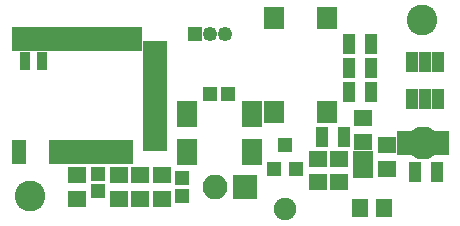
<source format=gts>
%TF.GenerationSoftware,KiCad,Pcbnew,no-vcs-found-8182369~60~ubuntu16.04.1*%
%TF.CreationDate,2017-09-13T17:00:57+05:30*%
%TF.ProjectId,snap_rev1,736E61705F726576312E6B696361645F,rev?*%
%TF.SameCoordinates,Original*%
%TF.FileFunction,Soldermask,Top*%
%TF.FilePolarity,Negative*%
%FSLAX46Y46*%
G04 Gerber Fmt 4.6, Leading zero omitted, Abs format (unit mm)*
G04 Created by KiCad (PCBNEW no-vcs-found-8182369~60~ubuntu16.04.1) date Wed Sep 13 17:00:57 2017*
%MOMM*%
%LPD*%
G01*
G04 APERTURE LIST*
%ADD10R,1.150000X2.000000*%
%ADD11C,2.800000*%
%ADD12R,0.680000X1.250000*%
%ADD13R,0.680000X1.150000*%
%ADD14R,1.650000X1.400000*%
%ADD15R,1.100000X1.700000*%
%ADD16C,1.900000*%
%ADD17R,1.250000X1.250000*%
%ADD18C,1.250000*%
%ADD19R,1.200000X1.300000*%
%ADD20R,1.700000X1.950000*%
%ADD21R,0.900000X1.600000*%
%ADD22R,1.300000X2.000000*%
%ADD23R,0.900000X2.000000*%
%ADD24R,2.000000X0.900000*%
%ADD25R,1.700000X2.300000*%
%ADD26R,1.400000X1.650000*%
%ADD27R,2.100000X2.100000*%
%ADD28O,2.100000X2.100000*%
%ADD29R,1.150000X1.200000*%
%ADD30R,1.200000X1.150000*%
%ADD31C,2.600000*%
G04 APERTURE END LIST*
D10*
%TO.C,D2*%
X79401000Y-59055000D03*
X82651000Y-59055000D03*
D11*
X81026000Y-59055000D03*
%TD*%
D12*
%TO.C,U1*%
X76446000Y-60308000D03*
D13*
X75946000Y-60258000D03*
X75446000Y-60258000D03*
X75446000Y-61408000D03*
X75946000Y-61408000D03*
X76446000Y-61408000D03*
%TD*%
D14*
%TO.C,C1*%
X51689000Y-61738000D03*
X51689000Y-63738000D03*
%TD*%
%TO.C,C2*%
X72136000Y-60341000D03*
X72136000Y-62341000D03*
%TD*%
%TO.C,C3*%
X73914000Y-62341000D03*
X73914000Y-60341000D03*
%TD*%
%TO.C,C4*%
X57023000Y-61738000D03*
X57023000Y-63738000D03*
%TD*%
%TO.C,C6*%
X58928000Y-63738000D03*
X58928000Y-61738000D03*
%TD*%
%TO.C,C8*%
X77978000Y-59198000D03*
X77978000Y-61198000D03*
%TD*%
D15*
%TO.C,D1*%
X82253000Y-52171000D03*
X81153000Y-52171000D03*
X80053000Y-52171000D03*
X80053000Y-55271000D03*
X81153000Y-55271000D03*
X82253000Y-55271000D03*
%TD*%
D16*
%TO.C,J1*%
X69342000Y-64643000D03*
%TD*%
D17*
%TO.C,J2*%
X61722000Y-49784000D03*
D18*
X62972000Y-49784000D03*
X64222000Y-49784000D03*
%TD*%
D14*
%TO.C,L2*%
X55245000Y-63738000D03*
X55245000Y-61738000D03*
%TD*%
%TO.C,L3*%
X75946000Y-58912000D03*
X75946000Y-56912000D03*
%TD*%
D19*
%TO.C,Q1*%
X68392000Y-61198000D03*
X70292000Y-61198000D03*
X69342000Y-59198000D03*
%TD*%
D15*
%TO.C,R1*%
X72456000Y-58547000D03*
X74356000Y-58547000D03*
%TD*%
%TO.C,R2*%
X74742000Y-54737000D03*
X76642000Y-54737000D03*
%TD*%
%TO.C,R3*%
X76642000Y-52705000D03*
X74742000Y-52705000D03*
%TD*%
%TO.C,R4*%
X74742000Y-50673000D03*
X76642000Y-50673000D03*
%TD*%
%TO.C,R5*%
X82230000Y-61468000D03*
X80330000Y-61468000D03*
%TD*%
D20*
%TO.C,SW1*%
X72862000Y-48476000D03*
X68362000Y-48476000D03*
X72862000Y-56426000D03*
X68362000Y-56426000D03*
%TD*%
D21*
%TO.C,U2*%
X48720000Y-52100000D03*
X47320000Y-52100000D03*
D22*
X46770000Y-50250000D03*
D23*
X47670000Y-50250000D03*
X48370000Y-50250000D03*
X49070000Y-50250000D03*
X49770000Y-50250000D03*
X50470000Y-50250000D03*
X51170000Y-50250000D03*
X51870000Y-50250000D03*
X52570000Y-50250000D03*
X53270000Y-50250000D03*
X53970000Y-50250000D03*
X54670000Y-50250000D03*
X55370000Y-50250000D03*
X56070000Y-50250000D03*
X56770000Y-50250000D03*
D24*
X58320000Y-50800000D03*
X58320000Y-51500000D03*
X58320000Y-52200000D03*
X58320000Y-52900000D03*
X58320000Y-53600000D03*
X58320000Y-54300000D03*
X58320000Y-55000000D03*
X58320000Y-55700000D03*
X58320000Y-56400000D03*
X58320000Y-57100000D03*
X58320000Y-57800000D03*
X58320000Y-58500000D03*
D23*
X56070000Y-59750000D03*
X55370000Y-59750000D03*
X54670000Y-59750000D03*
X53970000Y-59750000D03*
X53270000Y-59750000D03*
X52570000Y-59750000D03*
X51870000Y-59750000D03*
X51170000Y-59750000D03*
X50470000Y-59750000D03*
D22*
X46770000Y-59750000D03*
D23*
X49770000Y-59750000D03*
D24*
X58320000Y-59300000D03*
%TD*%
D25*
%TO.C,X1*%
X61004000Y-56566000D03*
X61004000Y-59766000D03*
X66504000Y-59766000D03*
X66504000Y-56566000D03*
%TD*%
D26*
%TO.C,C9*%
X75708000Y-64516000D03*
X77708000Y-64516000D03*
%TD*%
D27*
%TO.C,BT1*%
X65913000Y-62738000D03*
D28*
X63373000Y-62738000D03*
%TD*%
D29*
%TO.C,C5*%
X60579000Y-61988000D03*
X60579000Y-63488000D03*
%TD*%
D30*
%TO.C,C7*%
X64504000Y-54864000D03*
X63004000Y-54864000D03*
%TD*%
D29*
%TO.C,L1*%
X53467000Y-63107000D03*
X53467000Y-61607000D03*
%TD*%
D31*
%TO.C,MK1*%
X80899000Y-48641000D03*
%TD*%
%TO.C,MK2*%
X47752000Y-63500000D03*
%TD*%
M02*

</source>
